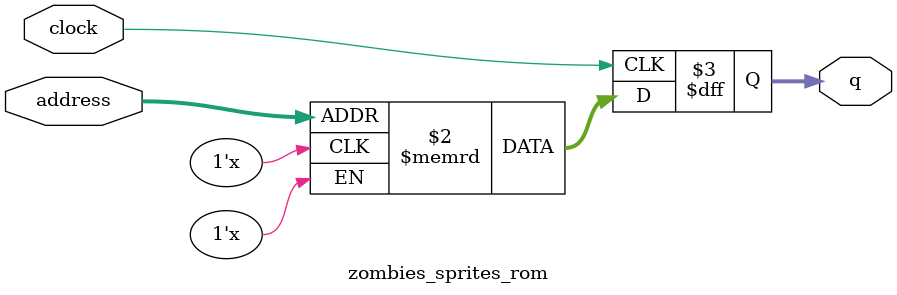
<source format=sv>
module zombies_sprites_rom (
	input logic clock,
	input logic [17:0] address,
	output logic [3:0] q
);

logic [3:0] memory [0:147455] /* synthesis ram_init_file = "./zombies_sprites/zombies_sprites.COE" */;

always_ff @ (posedge clock) begin
	q <= memory[address];
end

endmodule

</source>
